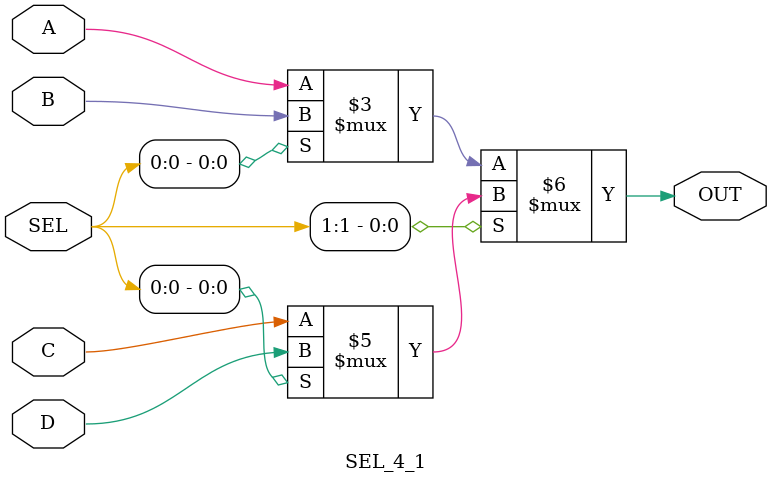
<source format=v>
/*	4-1 SELECTOR
	When SEL = 00b then OUT = A
	When SEL = 01b then OUT = B
	When SEL = 10b then OUT = C
	When SEL = 11b then OUT = D 	*/
module	SEL_4_1	( A, B, C, D, SEL, OUT );
input	A, B, C, D;											//Set 4 input 
input	[1:0] SEL;											//Set 2bits array input
output	OUT;												//Set output

	assign	OUT = ( SEL[1] == 0 )?							//if( SEL[1] == 0 ) then if( SEL[0] == 0) then OUT = A else OUT = B  
		 (( SEL[0] == 0 )? A: B ):(( SEL[0] == 0 )? C: D );	//else if( SEL[0] == 0) then OUT = C else OUT = D  

endmodule

</source>
